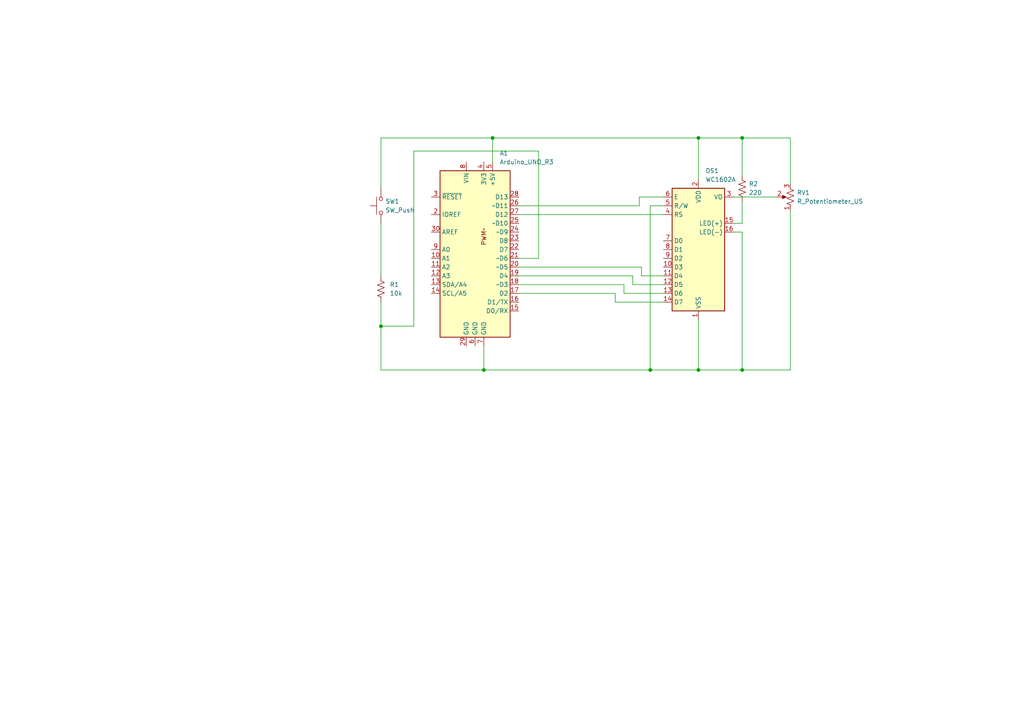
<source format=kicad_sch>
(kicad_sch (version 20211123) (generator eeschema)

  (uuid e63e39d7-6ac0-4ffd-8aa3-1841a4541b55)

  (paper "A4")

  (lib_symbols
    (symbol "Arduino:Arduino_UNO_R3" (in_bom yes) (on_board yes)
      (property "Reference" "A" (id 0) (at -10.16 23.495 0)
        (effects (font (size 1.27 1.27)) (justify left bottom))
      )
      (property "Value" "Arduino_UNO_R3" (id 1) (at 5.08 -26.67 0)
        (effects (font (size 1.27 1.27)) (justify left top))
      )
      (property "Footprint" "Module:Arduino_UNO_R3" (id 2) (at 0 0 90)
        (effects (font (size 1.27 1.27) italic) hide)
      )
      (property "Datasheet" "https://www.arduino.cc/en/Main/arduinoBoardUno" (id 3) (at 43.18 -45.72 0)
        (effects (font (size 1.27 1.27)) hide)
      )
      (property "ki_keywords" "Arduino UNO R3 Microcontroller Module Atmel AVR USB" (id 4) (at 0 0 0)
        (effects (font (size 1.27 1.27)) hide)
      )
      (property "ki_description" "Arduino UNO Microcontroller Module, release 3" (id 5) (at 0 0 0)
        (effects (font (size 1.27 1.27)) hide)
      )
      (property "ki_fp_filters" "Arduino*UNO*R3*" (id 6) (at 0 0 0)
        (effects (font (size 1.27 1.27)) hide)
      )
      (symbol "Arduino_UNO_R3_0_0"
        (text "PWM~" (at 2.54 3.81 900)
          (effects (font (size 1.27 1.27)))
        )
      )
      (symbol "Arduino_UNO_R3_0_1"
        (rectangle (start -10.16 22.86) (end 10.16 -25.4)
          (stroke (width 0.254) (type default) (color 0 0 0 0))
          (fill (type background))
        )
      )
      (symbol "Arduino_UNO_R3_1_1"
        (pin bidirectional line (at -12.7 -2.54 0) (length 2.54)
          (name "A1" (effects (font (size 1.27 1.27))))
          (number "10" (effects (font (size 1.27 1.27))))
        )
        (pin bidirectional line (at -12.7 -5.08 0) (length 2.54)
          (name "A2" (effects (font (size 1.27 1.27))))
          (number "11" (effects (font (size 1.27 1.27))))
        )
        (pin bidirectional line (at -12.7 -7.62 0) (length 2.54)
          (name "A3" (effects (font (size 1.27 1.27))))
          (number "12" (effects (font (size 1.27 1.27))))
        )
        (pin bidirectional line (at -12.7 -10.16 0) (length 2.54)
          (name "SDA/A4" (effects (font (size 1.27 1.27))))
          (number "13" (effects (font (size 1.27 1.27))))
        )
        (pin bidirectional line (at -12.7 -12.7 0) (length 2.54)
          (name "SCL/A5" (effects (font (size 1.27 1.27))))
          (number "14" (effects (font (size 1.27 1.27))))
        )
        (pin bidirectional line (at 12.7 -17.78 180) (length 2.54)
          (name "D0/RX" (effects (font (size 1.27 1.27))))
          (number "15" (effects (font (size 1.27 1.27))))
        )
        (pin bidirectional line (at 12.7 -15.24 180) (length 2.54)
          (name "D1/TX" (effects (font (size 1.27 1.27))))
          (number "16" (effects (font (size 1.27 1.27))))
        )
        (pin bidirectional line (at 12.7 -12.7 180) (length 2.54)
          (name "D2" (effects (font (size 1.27 1.27))))
          (number "17" (effects (font (size 1.27 1.27))))
        )
        (pin bidirectional line (at 12.7 -10.16 180) (length 2.54)
          (name "~D3" (effects (font (size 1.27 1.27))))
          (number "18" (effects (font (size 1.27 1.27))))
        )
        (pin bidirectional line (at 12.7 -7.62 180) (length 2.54)
          (name "D4" (effects (font (size 1.27 1.27))))
          (number "19" (effects (font (size 1.27 1.27))))
        )
        (pin output line (at -12.7 10.16 0) (length 2.54)
          (name "IOREF" (effects (font (size 1.27 1.27))))
          (number "2" (effects (font (size 1.27 1.27))))
        )
        (pin bidirectional line (at 12.7 -5.08 180) (length 2.54)
          (name "~D5" (effects (font (size 1.27 1.27))))
          (number "20" (effects (font (size 1.27 1.27))))
        )
        (pin bidirectional line (at 12.7 -2.54 180) (length 2.54)
          (name "~D6" (effects (font (size 1.27 1.27))))
          (number "21" (effects (font (size 1.27 1.27))))
        )
        (pin bidirectional line (at 12.7 0 180) (length 2.54)
          (name "D7" (effects (font (size 1.27 1.27))))
          (number "22" (effects (font (size 1.27 1.27))))
        )
        (pin bidirectional line (at 12.7 2.54 180) (length 2.54)
          (name "D8" (effects (font (size 1.27 1.27))))
          (number "23" (effects (font (size 1.27 1.27))))
        )
        (pin bidirectional line (at 12.7 5.08 180) (length 2.54)
          (name "~D9" (effects (font (size 1.27 1.27))))
          (number "24" (effects (font (size 1.27 1.27))))
        )
        (pin bidirectional line (at 12.7 7.62 180) (length 2.54)
          (name "~D10" (effects (font (size 1.27 1.27))))
          (number "25" (effects (font (size 1.27 1.27))))
        )
        (pin bidirectional line (at 12.7 12.7 180) (length 2.54)
          (name "~D11" (effects (font (size 1.27 1.27))))
          (number "26" (effects (font (size 1.27 1.27))))
        )
        (pin bidirectional line (at 12.7 10.16 180) (length 2.54)
          (name "D12" (effects (font (size 1.27 1.27))))
          (number "27" (effects (font (size 1.27 1.27))))
        )
        (pin bidirectional line (at 12.7 15.24 180) (length 2.54)
          (name "D13" (effects (font (size 1.27 1.27))))
          (number "28" (effects (font (size 1.27 1.27))))
        )
        (pin power_in line (at -2.54 -27.94 90) (length 2.54)
          (name "GND" (effects (font (size 1.27 1.27))))
          (number "29" (effects (font (size 1.27 1.27))))
        )
        (pin input line (at -12.7 15.24 0) (length 2.54)
          (name "~{RESET}" (effects (font (size 1.27 1.27))))
          (number "3" (effects (font (size 1.27 1.27))))
        )
        (pin input line (at -12.7 5.08 0) (length 2.54)
          (name "AREF" (effects (font (size 1.27 1.27))))
          (number "30" (effects (font (size 1.27 1.27))))
        )
        (pin power_out line (at 2.54 25.4 270) (length 2.54)
          (name "3V3" (effects (font (size 1.27 1.27))))
          (number "4" (effects (font (size 1.27 1.27))))
        )
        (pin power_out line (at 5.08 25.4 270) (length 2.54)
          (name "+5V" (effects (font (size 1.27 1.27))))
          (number "5" (effects (font (size 1.27 1.27))))
        )
        (pin power_in line (at 0 -27.94 90) (length 2.54)
          (name "GND" (effects (font (size 1.27 1.27))))
          (number "6" (effects (font (size 1.27 1.27))))
        )
        (pin power_in line (at 2.54 -27.94 90) (length 2.54)
          (name "GND" (effects (font (size 1.27 1.27))))
          (number "7" (effects (font (size 1.27 1.27))))
        )
        (pin power_in line (at -2.54 25.4 270) (length 2.54)
          (name "VIN" (effects (font (size 1.27 1.27))))
          (number "8" (effects (font (size 1.27 1.27))))
        )
        (pin bidirectional line (at -12.7 0 0) (length 2.54)
          (name "A0" (effects (font (size 1.27 1.27))))
          (number "9" (effects (font (size 1.27 1.27))))
        )
      )
    )
    (symbol "Device:R_Potentiometer_US" (pin_names (offset 1.016) hide) (in_bom yes) (on_board yes)
      (property "Reference" "RV" (id 0) (at -4.445 0 90)
        (effects (font (size 1.27 1.27)))
      )
      (property "Value" "R_Potentiometer_US" (id 1) (at -2.54 0 90)
        (effects (font (size 1.27 1.27)))
      )
      (property "Footprint" "" (id 2) (at 0 0 0)
        (effects (font (size 1.27 1.27)) hide)
      )
      (property "Datasheet" "~" (id 3) (at 0 0 0)
        (effects (font (size 1.27 1.27)) hide)
      )
      (property "ki_keywords" "resistor variable" (id 4) (at 0 0 0)
        (effects (font (size 1.27 1.27)) hide)
      )
      (property "ki_description" "Potentiometer, US symbol" (id 5) (at 0 0 0)
        (effects (font (size 1.27 1.27)) hide)
      )
      (property "ki_fp_filters" "Potentiometer*" (id 6) (at 0 0 0)
        (effects (font (size 1.27 1.27)) hide)
      )
      (symbol "R_Potentiometer_US_0_1"
        (polyline
          (pts
            (xy 0 -2.286)
            (xy 0 -2.54)
          )
          (stroke (width 0) (type default) (color 0 0 0 0))
          (fill (type none))
        )
        (polyline
          (pts
            (xy 0 2.54)
            (xy 0 2.286)
          )
          (stroke (width 0) (type default) (color 0 0 0 0))
          (fill (type none))
        )
        (polyline
          (pts
            (xy 2.54 0)
            (xy 1.524 0)
          )
          (stroke (width 0) (type default) (color 0 0 0 0))
          (fill (type none))
        )
        (polyline
          (pts
            (xy 1.143 0)
            (xy 2.286 0.508)
            (xy 2.286 -0.508)
            (xy 1.143 0)
          )
          (stroke (width 0) (type default) (color 0 0 0 0))
          (fill (type outline))
        )
        (polyline
          (pts
            (xy 0 -0.762)
            (xy 1.016 -1.143)
            (xy 0 -1.524)
            (xy -1.016 -1.905)
            (xy 0 -2.286)
          )
          (stroke (width 0) (type default) (color 0 0 0 0))
          (fill (type none))
        )
        (polyline
          (pts
            (xy 0 0.762)
            (xy 1.016 0.381)
            (xy 0 0)
            (xy -1.016 -0.381)
            (xy 0 -0.762)
          )
          (stroke (width 0) (type default) (color 0 0 0 0))
          (fill (type none))
        )
        (polyline
          (pts
            (xy 0 2.286)
            (xy 1.016 1.905)
            (xy 0 1.524)
            (xy -1.016 1.143)
            (xy 0 0.762)
          )
          (stroke (width 0) (type default) (color 0 0 0 0))
          (fill (type none))
        )
      )
      (symbol "R_Potentiometer_US_1_1"
        (pin passive line (at 0 3.81 270) (length 1.27)
          (name "1" (effects (font (size 1.27 1.27))))
          (number "1" (effects (font (size 1.27 1.27))))
        )
        (pin passive line (at 3.81 0 180) (length 1.27)
          (name "2" (effects (font (size 1.27 1.27))))
          (number "2" (effects (font (size 1.27 1.27))))
        )
        (pin passive line (at 0 -3.81 90) (length 1.27)
          (name "3" (effects (font (size 1.27 1.27))))
          (number "3" (effects (font (size 1.27 1.27))))
        )
      )
    )
    (symbol "Device:R_US" (pin_numbers hide) (pin_names (offset 0)) (in_bom yes) (on_board yes)
      (property "Reference" "R" (id 0) (at 2.54 0 90)
        (effects (font (size 1.27 1.27)))
      )
      (property "Value" "R_US" (id 1) (at -2.54 0 90)
        (effects (font (size 1.27 1.27)))
      )
      (property "Footprint" "" (id 2) (at 1.016 -0.254 90)
        (effects (font (size 1.27 1.27)) hide)
      )
      (property "Datasheet" "~" (id 3) (at 0 0 0)
        (effects (font (size 1.27 1.27)) hide)
      )
      (property "ki_keywords" "R res resistor" (id 4) (at 0 0 0)
        (effects (font (size 1.27 1.27)) hide)
      )
      (property "ki_description" "Resistor, US symbol" (id 5) (at 0 0 0)
        (effects (font (size 1.27 1.27)) hide)
      )
      (property "ki_fp_filters" "R_*" (id 6) (at 0 0 0)
        (effects (font (size 1.27 1.27)) hide)
      )
      (symbol "R_US_0_1"
        (polyline
          (pts
            (xy 0 -2.286)
            (xy 0 -2.54)
          )
          (stroke (width 0) (type default) (color 0 0 0 0))
          (fill (type none))
        )
        (polyline
          (pts
            (xy 0 2.286)
            (xy 0 2.54)
          )
          (stroke (width 0) (type default) (color 0 0 0 0))
          (fill (type none))
        )
        (polyline
          (pts
            (xy 0 -0.762)
            (xy 1.016 -1.143)
            (xy 0 -1.524)
            (xy -1.016 -1.905)
            (xy 0 -2.286)
          )
          (stroke (width 0) (type default) (color 0 0 0 0))
          (fill (type none))
        )
        (polyline
          (pts
            (xy 0 0.762)
            (xy 1.016 0.381)
            (xy 0 0)
            (xy -1.016 -0.381)
            (xy 0 -0.762)
          )
          (stroke (width 0) (type default) (color 0 0 0 0))
          (fill (type none))
        )
        (polyline
          (pts
            (xy 0 2.286)
            (xy 1.016 1.905)
            (xy 0 1.524)
            (xy -1.016 1.143)
            (xy 0 0.762)
          )
          (stroke (width 0) (type default) (color 0 0 0 0))
          (fill (type none))
        )
      )
      (symbol "R_US_1_1"
        (pin passive line (at 0 3.81 270) (length 1.27)
          (name "~" (effects (font (size 1.27 1.27))))
          (number "1" (effects (font (size 1.27 1.27))))
        )
        (pin passive line (at 0 -3.81 90) (length 1.27)
          (name "~" (effects (font (size 1.27 1.27))))
          (number "2" (effects (font (size 1.27 1.27))))
        )
      )
    )
    (symbol "Display_Character:WC1602A" (in_bom yes) (on_board yes)
      (property "Reference" "DS" (id 0) (at -5.842 19.05 0)
        (effects (font (size 1.27 1.27)))
      )
      (property "Value" "WC1602A" (id 1) (at 5.334 19.05 0)
        (effects (font (size 1.27 1.27)))
      )
      (property "Footprint" "Display:WC1602A" (id 2) (at 0 -22.86 0)
        (effects (font (size 1.27 1.27) italic) hide)
      )
      (property "Datasheet" "http://www.wincomlcd.com/pdf/WC1602A-SFYLYHTC06.pdf" (id 3) (at 17.78 0 0)
        (effects (font (size 1.27 1.27)) hide)
      )
      (property "ki_keywords" "display LCD dot-matrix" (id 4) (at 0 0 0)
        (effects (font (size 1.27 1.27)) hide)
      )
      (property "ki_description" "LCD 16x2 Alphanumeric , 8 bit parallel bus, 5V VDD" (id 5) (at 0 0 0)
        (effects (font (size 1.27 1.27)) hide)
      )
      (property "ki_fp_filters" "*WC*1602A*" (id 6) (at 0 0 0)
        (effects (font (size 1.27 1.27)) hide)
      )
      (symbol "WC1602A_1_1"
        (rectangle (start -7.62 17.78) (end 7.62 -17.78)
          (stroke (width 0.254) (type default) (color 0 0 0 0))
          (fill (type background))
        )
        (pin power_in line (at 0 -20.32 90) (length 2.54)
          (name "VSS" (effects (font (size 1.27 1.27))))
          (number "1" (effects (font (size 1.27 1.27))))
        )
        (pin input line (at -10.16 -5.08 0) (length 2.54)
          (name "D3" (effects (font (size 1.27 1.27))))
          (number "10" (effects (font (size 1.27 1.27))))
        )
        (pin input line (at -10.16 -7.62 0) (length 2.54)
          (name "D4" (effects (font (size 1.27 1.27))))
          (number "11" (effects (font (size 1.27 1.27))))
        )
        (pin input line (at -10.16 -10.16 0) (length 2.54)
          (name "D5" (effects (font (size 1.27 1.27))))
          (number "12" (effects (font (size 1.27 1.27))))
        )
        (pin input line (at -10.16 -12.7 0) (length 2.54)
          (name "D6" (effects (font (size 1.27 1.27))))
          (number "13" (effects (font (size 1.27 1.27))))
        )
        (pin input line (at -10.16 -15.24 0) (length 2.54)
          (name "D7" (effects (font (size 1.27 1.27))))
          (number "14" (effects (font (size 1.27 1.27))))
        )
        (pin power_in line (at 10.16 7.62 180) (length 2.54)
          (name "LED(+)" (effects (font (size 1.27 1.27))))
          (number "15" (effects (font (size 1.27 1.27))))
        )
        (pin power_in line (at 10.16 5.08 180) (length 2.54)
          (name "LED(-)" (effects (font (size 1.27 1.27))))
          (number "16" (effects (font (size 1.27 1.27))))
        )
        (pin power_in line (at 0 20.32 270) (length 2.54)
          (name "VDD" (effects (font (size 1.27 1.27))))
          (number "2" (effects (font (size 1.27 1.27))))
        )
        (pin input line (at 10.16 15.24 180) (length 2.54)
          (name "VO" (effects (font (size 1.27 1.27))))
          (number "3" (effects (font (size 1.27 1.27))))
        )
        (pin input line (at -10.16 10.16 0) (length 2.54)
          (name "RS" (effects (font (size 1.27 1.27))))
          (number "4" (effects (font (size 1.27 1.27))))
        )
        (pin input line (at -10.16 12.7 0) (length 2.54)
          (name "R/W" (effects (font (size 1.27 1.27))))
          (number "5" (effects (font (size 1.27 1.27))))
        )
        (pin input line (at -10.16 15.24 0) (length 2.54)
          (name "E" (effects (font (size 1.27 1.27))))
          (number "6" (effects (font (size 1.27 1.27))))
        )
        (pin input line (at -10.16 2.54 0) (length 2.54)
          (name "D0" (effects (font (size 1.27 1.27))))
          (number "7" (effects (font (size 1.27 1.27))))
        )
        (pin input line (at -10.16 0 0) (length 2.54)
          (name "D1" (effects (font (size 1.27 1.27))))
          (number "8" (effects (font (size 1.27 1.27))))
        )
        (pin input line (at -10.16 -2.54 0) (length 2.54)
          (name "D2" (effects (font (size 1.27 1.27))))
          (number "9" (effects (font (size 1.27 1.27))))
        )
      )
    )
    (symbol "Switch:SW_Push" (pin_numbers hide) (pin_names (offset 1.016) hide) (in_bom yes) (on_board yes)
      (property "Reference" "SW" (id 0) (at 1.27 2.54 0)
        (effects (font (size 1.27 1.27)) (justify left))
      )
      (property "Value" "SW_Push" (id 1) (at 0 -1.524 0)
        (effects (font (size 1.27 1.27)))
      )
      (property "Footprint" "" (id 2) (at 0 5.08 0)
        (effects (font (size 1.27 1.27)) hide)
      )
      (property "Datasheet" "~" (id 3) (at 0 5.08 0)
        (effects (font (size 1.27 1.27)) hide)
      )
      (property "ki_keywords" "switch normally-open pushbutton push-button" (id 4) (at 0 0 0)
        (effects (font (size 1.27 1.27)) hide)
      )
      (property "ki_description" "Push button switch, generic, two pins" (id 5) (at 0 0 0)
        (effects (font (size 1.27 1.27)) hide)
      )
      (symbol "SW_Push_0_1"
        (circle (center -2.032 0) (radius 0.508)
          (stroke (width 0) (type default) (color 0 0 0 0))
          (fill (type none))
        )
        (polyline
          (pts
            (xy 0 1.27)
            (xy 0 3.048)
          )
          (stroke (width 0) (type default) (color 0 0 0 0))
          (fill (type none))
        )
        (polyline
          (pts
            (xy 2.54 1.27)
            (xy -2.54 1.27)
          )
          (stroke (width 0) (type default) (color 0 0 0 0))
          (fill (type none))
        )
        (circle (center 2.032 0) (radius 0.508)
          (stroke (width 0) (type default) (color 0 0 0 0))
          (fill (type none))
        )
        (pin passive line (at -5.08 0 0) (length 2.54)
          (name "1" (effects (font (size 1.27 1.27))))
          (number "1" (effects (font (size 1.27 1.27))))
        )
        (pin passive line (at 5.08 0 180) (length 2.54)
          (name "2" (effects (font (size 1.27 1.27))))
          (number "2" (effects (font (size 1.27 1.27))))
        )
      )
    )
  )

  (junction (at 215.265 107.315) (diameter 0) (color 0 0 0 0)
    (uuid 24397cfe-49c3-4caf-9619-a3fc63cf7e38)
  )
  (junction (at 142.875 40.005) (diameter 0) (color 0 0 0 0)
    (uuid 28402988-4124-4ba2-b48d-686e2ddbfd40)
  )
  (junction (at 202.565 107.315) (diameter 0) (color 0 0 0 0)
    (uuid 2a8e8e69-5112-47ec-adaf-21ea53ec1226)
  )
  (junction (at 215.265 40.005) (diameter 0) (color 0 0 0 0)
    (uuid 67dc89ba-cb94-4a24-8292-413df4fdef75)
  )
  (junction (at 140.335 107.315) (diameter 0) (color 0 0 0 0)
    (uuid 768ae8c3-a0b6-4e3d-9b7a-c440ecc96370)
  )
  (junction (at 110.49 94.615) (diameter 0) (color 0 0 0 0)
    (uuid 81c9aebb-faa0-450c-b98c-639c21d6d4ef)
  )
  (junction (at 188.595 107.315) (diameter 0) (color 0 0 0 0)
    (uuid b1d6f49a-7661-4c3a-96e1-6255375cd439)
  )
  (junction (at 202.565 40.005) (diameter 0) (color 0 0 0 0)
    (uuid cb1c7b01-c9a1-41f1-8b32-e90445e0a0ba)
  )

  (wire (pts (xy 215.265 40.005) (xy 215.265 50.8))
    (stroke (width 0) (type default) (color 0 0 0 0))
    (uuid 033a56fe-83e2-401d-a0e7-7968c6b7bf0b)
  )
  (wire (pts (xy 229.235 40.005) (xy 229.235 53.34))
    (stroke (width 0) (type default) (color 0 0 0 0))
    (uuid 0dde183f-7f1e-48c6-ae49-04706149357a)
  )
  (wire (pts (xy 110.49 87.63) (xy 110.49 94.615))
    (stroke (width 0) (type default) (color 0 0 0 0))
    (uuid 0e57377d-cbb2-48e7-a6f2-03cc4c905d95)
  )
  (wire (pts (xy 110.49 64.77) (xy 110.49 80.01))
    (stroke (width 0) (type default) (color 0 0 0 0))
    (uuid 14797dc7-2626-4754-a758-51380d464ee3)
  )
  (wire (pts (xy 120.015 43.815) (xy 120.015 94.615))
    (stroke (width 0) (type default) (color 0 0 0 0))
    (uuid 1876f6b8-359b-477f-abdc-34fb2d5f5494)
  )
  (wire (pts (xy 215.265 64.77) (xy 215.265 58.42))
    (stroke (width 0) (type default) (color 0 0 0 0))
    (uuid 2626df6c-cbde-4ee9-ba38-c68d6dbbacd6)
  )
  (wire (pts (xy 150.495 80.01) (xy 183.515 80.01))
    (stroke (width 0) (type default) (color 0 0 0 0))
    (uuid 26c1a1f8-f7ef-4d38-9acf-2dc73ed34341)
  )
  (wire (pts (xy 183.515 82.55) (xy 192.405 82.55))
    (stroke (width 0) (type default) (color 0 0 0 0))
    (uuid 27793104-b655-4038-b419-aae09be94949)
  )
  (wire (pts (xy 186.055 80.01) (xy 192.405 80.01))
    (stroke (width 0) (type default) (color 0 0 0 0))
    (uuid 37f61a38-c3ac-4951-b80b-d185b84282cb)
  )
  (wire (pts (xy 140.335 107.315) (xy 140.335 100.33))
    (stroke (width 0) (type default) (color 0 0 0 0))
    (uuid 3b6398b3-3f18-4e60-ae96-3b4b7d80af23)
  )
  (wire (pts (xy 183.515 80.01) (xy 183.515 82.55))
    (stroke (width 0) (type default) (color 0 0 0 0))
    (uuid 3c434dd2-680d-445a-b238-175ec11c5838)
  )
  (wire (pts (xy 110.49 40.005) (xy 142.875 40.005))
    (stroke (width 0) (type default) (color 0 0 0 0))
    (uuid 3c67e72f-5aa2-4b09-9ad3-715dc3a92c11)
  )
  (wire (pts (xy 229.235 107.315) (xy 215.265 107.315))
    (stroke (width 0) (type default) (color 0 0 0 0))
    (uuid 3d4a8385-448a-491e-95dd-81d4ff0c2024)
  )
  (wire (pts (xy 202.565 92.71) (xy 202.565 107.315))
    (stroke (width 0) (type default) (color 0 0 0 0))
    (uuid 436b72a5-ad75-45ff-8dc3-7a81b7648b02)
  )
  (wire (pts (xy 202.565 52.07) (xy 202.565 40.005))
    (stroke (width 0) (type default) (color 0 0 0 0))
    (uuid 46fb3bc4-7645-47ce-ba55-0fe596b16370)
  )
  (wire (pts (xy 150.495 82.55) (xy 180.975 82.55))
    (stroke (width 0) (type default) (color 0 0 0 0))
    (uuid 4a8a7a9c-45a3-4da3-8c9e-932eec016bb8)
  )
  (wire (pts (xy 185.42 59.69) (xy 185.42 57.15))
    (stroke (width 0) (type default) (color 0 0 0 0))
    (uuid 4d2ef229-7db4-4768-9750-cecbf2fa368d)
  )
  (wire (pts (xy 215.265 107.315) (xy 202.565 107.315))
    (stroke (width 0) (type default) (color 0 0 0 0))
    (uuid 5185f1b0-9989-42ad-8156-a52d4fb37d15)
  )
  (wire (pts (xy 186.055 77.47) (xy 186.055 80.01))
    (stroke (width 0) (type default) (color 0 0 0 0))
    (uuid 51d9bd26-2687-4664-81d9-ff496cbceccb)
  )
  (wire (pts (xy 215.265 67.31) (xy 215.265 107.315))
    (stroke (width 0) (type default) (color 0 0 0 0))
    (uuid 59d4e593-92a8-4646-9d03-2c8c6507900f)
  )
  (wire (pts (xy 110.49 54.61) (xy 110.49 40.005))
    (stroke (width 0) (type default) (color 0 0 0 0))
    (uuid 5e52e15e-bfd9-4275-80b6-ac15b8a08fe0)
  )
  (wire (pts (xy 142.875 40.005) (xy 202.565 40.005))
    (stroke (width 0) (type default) (color 0 0 0 0))
    (uuid 68e6a98b-4960-470c-9cf3-1760debc15e9)
  )
  (wire (pts (xy 156.21 74.93) (xy 156.21 43.815))
    (stroke (width 0) (type default) (color 0 0 0 0))
    (uuid 6ea0678d-fcbf-475c-8ae7-a29c5fa7eb40)
  )
  (wire (pts (xy 185.42 57.15) (xy 192.405 57.15))
    (stroke (width 0) (type default) (color 0 0 0 0))
    (uuid 71e5f0b5-9979-498b-8c7f-be3848d1293d)
  )
  (wire (pts (xy 188.595 107.315) (xy 202.565 107.315))
    (stroke (width 0) (type default) (color 0 0 0 0))
    (uuid 756b2105-0c8c-4ddd-ae5f-0f7ddbddb61d)
  )
  (wire (pts (xy 110.49 94.615) (xy 120.015 94.615))
    (stroke (width 0) (type default) (color 0 0 0 0))
    (uuid 76ba2059-c3b8-404c-bae3-b9a5a22e04b7)
  )
  (wire (pts (xy 192.405 59.69) (xy 188.595 59.69))
    (stroke (width 0) (type default) (color 0 0 0 0))
    (uuid 7b35e77e-68e4-490f-9965-e1cfebfa41f8)
  )
  (wire (pts (xy 215.265 40.005) (xy 229.235 40.005))
    (stroke (width 0) (type default) (color 0 0 0 0))
    (uuid 80bc6fe9-a6b9-436d-a4c8-54d41e3ad318)
  )
  (wire (pts (xy 212.725 67.31) (xy 215.265 67.31))
    (stroke (width 0) (type default) (color 0 0 0 0))
    (uuid 8171fca6-efb9-45c5-b0e7-4a15e93d354a)
  )
  (wire (pts (xy 180.975 85.09) (xy 192.405 85.09))
    (stroke (width 0) (type default) (color 0 0 0 0))
    (uuid 95f1bd42-fd71-45ac-8f90-9918a6564565)
  )
  (wire (pts (xy 150.495 74.93) (xy 156.21 74.93))
    (stroke (width 0) (type default) (color 0 0 0 0))
    (uuid 99129272-0672-4e77-8bcc-06855767e3b8)
  )
  (wire (pts (xy 110.49 94.615) (xy 110.49 107.315))
    (stroke (width 0) (type default) (color 0 0 0 0))
    (uuid 9efa626b-7c41-45e2-9981-2dfffdb20e04)
  )
  (wire (pts (xy 229.235 60.96) (xy 229.235 107.315))
    (stroke (width 0) (type default) (color 0 0 0 0))
    (uuid a40ba58e-246a-43cb-a9df-abe14600eae2)
  )
  (wire (pts (xy 156.21 43.815) (xy 120.015 43.815))
    (stroke (width 0) (type default) (color 0 0 0 0))
    (uuid a4473675-c1ba-440b-abc0-1873d6fb375a)
  )
  (wire (pts (xy 150.495 59.69) (xy 185.42 59.69))
    (stroke (width 0) (type default) (color 0 0 0 0))
    (uuid ac695e4b-62f5-455a-b562-bba7e515e27b)
  )
  (wire (pts (xy 150.495 62.23) (xy 192.405 62.23))
    (stroke (width 0) (type default) (color 0 0 0 0))
    (uuid b8260e58-b159-4c23-8f40-b4e5b53ec58b)
  )
  (wire (pts (xy 150.495 85.09) (xy 178.435 85.09))
    (stroke (width 0) (type default) (color 0 0 0 0))
    (uuid bab30c98-c3b3-4ca0-9d1a-b0d48653d0d6)
  )
  (wire (pts (xy 150.495 77.47) (xy 186.055 77.47))
    (stroke (width 0) (type default) (color 0 0 0 0))
    (uuid d00d2c06-dd6f-456f-98aa-36607d092ebf)
  )
  (wire (pts (xy 142.875 40.005) (xy 142.875 46.99))
    (stroke (width 0) (type default) (color 0 0 0 0))
    (uuid d3d8f82f-fea1-4f34-ad30-64bf39f5248e)
  )
  (wire (pts (xy 140.335 107.315) (xy 188.595 107.315))
    (stroke (width 0) (type default) (color 0 0 0 0))
    (uuid d8408810-7006-42da-b371-e2d683b8c71e)
  )
  (wire (pts (xy 188.595 59.69) (xy 188.595 107.315))
    (stroke (width 0) (type default) (color 0 0 0 0))
    (uuid eb2918bf-5c41-47c0-838f-2d46704a4540)
  )
  (wire (pts (xy 202.565 40.005) (xy 215.265 40.005))
    (stroke (width 0) (type default) (color 0 0 0 0))
    (uuid ed38f7c7-08c0-44b8-b2c8-3d18cd64b0b4)
  )
  (wire (pts (xy 178.435 85.09) (xy 178.435 87.63))
    (stroke (width 0) (type default) (color 0 0 0 0))
    (uuid f5d50bf9-9b44-4517-9512-25d33a54c45b)
  )
  (wire (pts (xy 212.725 64.77) (xy 215.265 64.77))
    (stroke (width 0) (type default) (color 0 0 0 0))
    (uuid f6866ef1-6b44-4ad9-902d-adeff4cf8202)
  )
  (wire (pts (xy 212.725 57.15) (xy 225.425 57.15))
    (stroke (width 0) (type default) (color 0 0 0 0))
    (uuid f99b0893-b441-4af1-b75e-945dba8e43a2)
  )
  (wire (pts (xy 180.975 82.55) (xy 180.975 85.09))
    (stroke (width 0) (type default) (color 0 0 0 0))
    (uuid faa340b9-4537-4ffa-8365-4b7687455198)
  )
  (wire (pts (xy 178.435 87.63) (xy 192.405 87.63))
    (stroke (width 0) (type default) (color 0 0 0 0))
    (uuid fbc81358-a5b3-4dee-bfdf-0853f089ebf8)
  )
  (wire (pts (xy 110.49 107.315) (xy 140.335 107.315))
    (stroke (width 0) (type default) (color 0 0 0 0))
    (uuid fc25bdf9-2751-454f-82af-0266e904f6d2)
  )

  (symbol (lib_id "Arduino:Arduino_UNO_R3") (at 137.795 72.39 0) (unit 1)
    (in_bom yes) (on_board yes) (fields_autoplaced)
    (uuid 05bdee95-c42e-4b6f-9645-2ec41619b2fe)
    (property "Reference" "A1" (id 0) (at 144.8944 44.45 0)
      (effects (font (size 1.27 1.27)) (justify left))
    )
    (property "Value" "" (id 1) (at 144.8944 46.99 0)
      (effects (font (size 1.27 1.27)) (justify left))
    )
    (property "Footprint" "" (id 2) (at 137.795 72.39 90)
      (effects (font (size 1.27 1.27) italic) hide)
    )
    (property "Datasheet" "https://www.arduino.cc/en/Main/arduinoBoardUno" (id 3) (at 180.975 118.11 0)
      (effects (font (size 1.27 1.27)) hide)
    )
    (pin "10" (uuid 3a13a33d-0399-4bf3-800a-72a2421cb176))
    (pin "11" (uuid 36786f1c-5181-4b16-85f0-7a9b5e48989f))
    (pin "12" (uuid 5e27c7e3-130d-477a-b693-9d7d6d05e3e3))
    (pin "13" (uuid c50a4250-2225-4797-b4a1-1bc3d1138c0f))
    (pin "14" (uuid 11d75bf4-5480-4a2f-baa3-58a51cac0470))
    (pin "15" (uuid 0fe73d7c-983e-4368-b1af-2c7091659c0b))
    (pin "16" (uuid 05bcb62f-e639-408b-893f-71715cd8f94a))
    (pin "17" (uuid 446bf57c-8a66-4199-8c1c-73dc66bbce20))
    (pin "18" (uuid e8a669b7-c663-4fa5-9b1f-ce9eb01dc726))
    (pin "19" (uuid b867fb16-61a5-4031-9766-9c1c9e8171a2))
    (pin "2" (uuid c1d15993-12e6-4c0d-a72e-2f76d98a62f2))
    (pin "20" (uuid 4b91a28b-e778-4691-8d2b-bb09bc10e8e8))
    (pin "21" (uuid 52194c94-e7df-49ff-beb1-04a1b4f2344e))
    (pin "22" (uuid ac975f7b-5c1b-42e6-a54b-1829692bd60c))
    (pin "23" (uuid 6af91ec1-f5c6-4c49-998d-22cb7b1bdc03))
    (pin "24" (uuid e92c974a-b07f-4799-a79e-f281f85dbc1a))
    (pin "25" (uuid 9d12ed3c-0713-4da7-86c7-5331347f3457))
    (pin "26" (uuid aac506cf-4156-47e4-9980-1111a3bb6bcc))
    (pin "27" (uuid df0a2432-7a90-46bd-b54d-8bf995c9c0f2))
    (pin "28" (uuid 8a203993-fbf3-470f-ab7c-4d95a24716de))
    (pin "29" (uuid 719e34f3-a935-4f7b-982b-9c19691e49e1))
    (pin "3" (uuid e9b2f4e0-b0c4-45da-921b-36e4af201264))
    (pin "30" (uuid 361dcb36-1f5d-45a8-a966-bd2a77e39204))
    (pin "4" (uuid fa7a68a5-1582-4679-bafe-2a2ea2733064))
    (pin "5" (uuid 8f38d61d-85a4-4a20-aa88-865d9c66b0b4))
    (pin "6" (uuid b90d0267-ce26-4e19-a4c7-fd16cc7a521c))
    (pin "7" (uuid a76c0baf-6e69-4f8d-a142-018c46047833))
    (pin "8" (uuid 24cb67fc-f0c9-4f6e-88c1-7636ab854c5e))
    (pin "9" (uuid b0f642eb-e44e-4747-9d08-48aa7b02d88d))
  )

  (symbol (lib_id "Device:R_US") (at 215.265 54.61 0) (unit 1)
    (in_bom yes) (on_board yes) (fields_autoplaced)
    (uuid 0da5b300-ec8c-4948-90e6-ed179e9e401c)
    (property "Reference" "R2" (id 0) (at 217.17 53.3399 0)
      (effects (font (size 1.27 1.27)) (justify left))
    )
    (property "Value" "" (id 1) (at 217.17 55.8799 0)
      (effects (font (size 1.27 1.27)) (justify left))
    )
    (property "Footprint" "" (id 2) (at 216.281 54.864 90)
      (effects (font (size 1.27 1.27)) hide)
    )
    (property "Datasheet" "~" (id 3) (at 215.265 54.61 0)
      (effects (font (size 1.27 1.27)) hide)
    )
    (pin "1" (uuid da489024-9a72-4d56-b103-f0c02f42ec58))
    (pin "2" (uuid 7eebb917-4d21-4b44-a8db-e95541007322))
  )

  (symbol (lib_id "Display_Character:WC1602A") (at 202.565 72.39 0) (unit 1)
    (in_bom yes) (on_board yes) (fields_autoplaced)
    (uuid 1171ce37-6ad7-4662-bb68-5592c945ebf3)
    (property "Reference" "DS1" (id 0) (at 204.5844 49.53 0)
      (effects (font (size 1.27 1.27)) (justify left))
    )
    (property "Value" "" (id 1) (at 204.5844 52.07 0)
      (effects (font (size 1.27 1.27)) (justify left))
    )
    (property "Footprint" "" (id 2) (at 202.565 95.25 0)
      (effects (font (size 1.27 1.27) italic) hide)
    )
    (property "Datasheet" "http://www.wincomlcd.com/pdf/WC1602A-SFYLYHTC06.pdf" (id 3) (at 220.345 72.39 0)
      (effects (font (size 1.27 1.27)) hide)
    )
    (pin "1" (uuid 99dfa524-0366-4808-b4e8-328fc38e8656))
    (pin "10" (uuid 54212c01-b363-47b8-a145-45c40df316f4))
    (pin "11" (uuid 180245d9-4a3f-4d1b-adcc-b4eafac722e0))
    (pin "12" (uuid f8f3a9fc-1e34-4573-a767-508104e8d242))
    (pin "13" (uuid 28e37b45-f843-47c2-85c9-ca19f5430ece))
    (pin "14" (uuid 88610282-a92d-4c3d-917a-ea95d59e0759))
    (pin "15" (uuid 98914cc3-56fe-40bb-820a-3d157225c145))
    (pin "16" (uuid 3c5e5ea9-793d-46e3-86bc-5884c4490dc7))
    (pin "2" (uuid 9dcdc92b-2219-4a4a-8954-45f02cc3ab25))
    (pin "3" (uuid dae72997-44fc-4275-b36f-cd70bf46cfba))
    (pin "4" (uuid 5d9921f1-08b3-4cc9-8cf7-e9a72ca2fdb7))
    (pin "5" (uuid c8b6b273-3d20-4a46-8069-f6d608563604))
    (pin "6" (uuid 92035a88-6c95-4a61-bd8a-cb8dd9e5018a))
    (pin "7" (uuid 4ec618ae-096f-4256-9328-005ee04f13d6))
    (pin "8" (uuid 3326423d-8df7-4a7e-a354-349430b8fbd7))
    (pin "9" (uuid 4d4fecdd-be4a-47e9-9085-2268d5852d8f))
  )

  (symbol (lib_id "Device:R_US") (at 110.49 83.82 0) (unit 1)
    (in_bom yes) (on_board yes) (fields_autoplaced)
    (uuid 25f476ba-68dc-4c15-b5cf-dfb53f27be26)
    (property "Reference" "R1" (id 0) (at 113.03 82.5499 0)
      (effects (font (size 1.27 1.27)) (justify left))
    )
    (property "Value" "" (id 1) (at 113.03 85.0899 0)
      (effects (font (size 1.27 1.27)) (justify left))
    )
    (property "Footprint" "" (id 2) (at 111.506 84.074 90)
      (effects (font (size 1.27 1.27)) hide)
    )
    (property "Datasheet" "~" (id 3) (at 110.49 83.82 0)
      (effects (font (size 1.27 1.27)) hide)
    )
    (pin "1" (uuid dbf243bb-827c-4a74-9a7a-82055c7faaf5))
    (pin "2" (uuid 1c003ef6-6a77-4618-b654-ad7300855715))
  )

  (symbol (lib_id "Device:R_Potentiometer_US") (at 229.235 57.15 180) (unit 1)
    (in_bom yes) (on_board yes) (fields_autoplaced)
    (uuid 689141ce-3cb4-4f7d-80d2-c503f350478d)
    (property "Reference" "RV1" (id 0) (at 231.14 55.8799 0)
      (effects (font (size 1.27 1.27)) (justify right))
    )
    (property "Value" "" (id 1) (at 231.14 58.4199 0)
      (effects (font (size 1.27 1.27)) (justify right))
    )
    (property "Footprint" "" (id 2) (at 229.235 57.15 0)
      (effects (font (size 1.27 1.27)) hide)
    )
    (property "Datasheet" "~" (id 3) (at 229.235 57.15 0)
      (effects (font (size 1.27 1.27)) hide)
    )
    (pin "1" (uuid a2b086ad-b033-4ed2-b8f1-cb81bd1cf7fa))
    (pin "2" (uuid 27675035-5afd-42ea-98a1-3cf8b2f834dd))
    (pin "3" (uuid d7821259-5cd1-4d4f-bfc1-ce1936c45e82))
  )

  (symbol (lib_id "Switch:SW_Push") (at 110.49 59.69 90) (unit 1)
    (in_bom yes) (on_board yes) (fields_autoplaced)
    (uuid 9f29865a-3ea2-4632-a009-c30da4dcbe84)
    (property "Reference" "SW1" (id 0) (at 111.76 58.4199 90)
      (effects (font (size 1.27 1.27)) (justify right))
    )
    (property "Value" "" (id 1) (at 111.76 60.9599 90)
      (effects (font (size 1.27 1.27)) (justify right))
    )
    (property "Footprint" "" (id 2) (at 105.41 59.69 0)
      (effects (font (size 1.27 1.27)) hide)
    )
    (property "Datasheet" "~" (id 3) (at 105.41 59.69 0)
      (effects (font (size 1.27 1.27)) hide)
    )
    (pin "1" (uuid c6d1a470-d4e5-4444-96e6-92e365432fe3))
    (pin "2" (uuid 5d38ff26-bf0d-4b48-a944-8f623b5ff11f))
  )

  (sheet_instances
    (path "/" (page "1"))
  )

  (symbol_instances
    (path "/05bdee95-c42e-4b6f-9645-2ec41619b2fe"
      (reference "A1") (unit 1) (value "Arduino_UNO_R3") (footprint "Module:Arduino_UNO_R3")
    )
    (path "/1171ce37-6ad7-4662-bb68-5592c945ebf3"
      (reference "DS1") (unit 1) (value "WC1602A") (footprint "Display:WC1602A")
    )
    (path "/25f476ba-68dc-4c15-b5cf-dfb53f27be26"
      (reference "R1") (unit 1) (value "10k") (footprint "")
    )
    (path "/0da5b300-ec8c-4948-90e6-ed179e9e401c"
      (reference "R2") (unit 1) (value "220") (footprint "")
    )
    (path "/689141ce-3cb4-4f7d-80d2-c503f350478d"
      (reference "RV1") (unit 1) (value "R_Potentiometer_US") (footprint "")
    )
    (path "/9f29865a-3ea2-4632-a009-c30da4dcbe84"
      (reference "SW1") (unit 1) (value "SW_Push") (footprint "")
    )
  )
)

</source>
